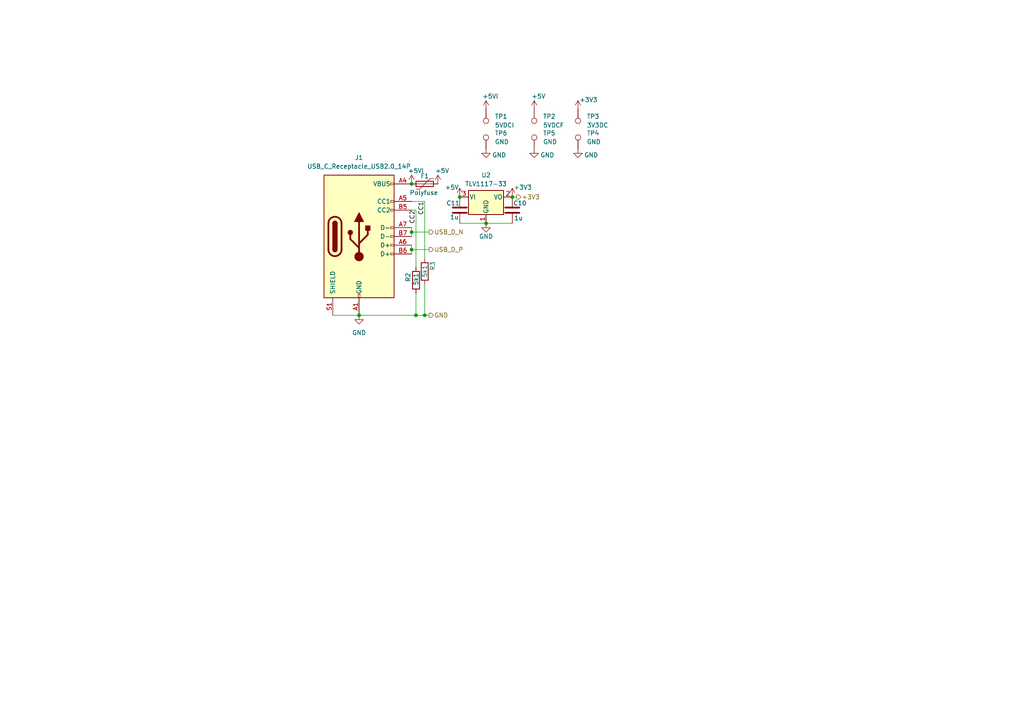
<source format=kicad_sch>
(kicad_sch (version 20231120) (generator "eeschema") (generator_version "8.0")
  (paper "A4")
  (lib_symbols
    (symbol "Connector:TestPoint" (pin_numbers hide) (pin_names (offset 0.762) hide)
      (property "Reference" "TP" (at 0 6.858 0))
      (property "Value" "TestPoint" (at 0 5.08 0))
      (symbol "TestPoint_0_1"
        (circle (center 0 3.302) (radius 0.762))
      )
      (symbol "TestPoint_1_1"
        (pin passive line (at 0 0 90) (length 2.54) (name "1") (number "1"))
      )
    )
    (symbol "Connector:USB_C_Receptacle_USB2.0_14P" (pin_names (offset 1.016))
      (property "Reference" "J" (at 0 22.225 0))
      (property "Value" "USB_C_Receptacle_USB2.0_14P" (at 0 19.685 0))
      (symbol "USB_C_Receptacle_USB2.0_14P_0_0"
        (rectangle (start -0.254 -17.78) (end 0.254 -16.764))
        (rectangle (start 10.16 -4.826) (end 9.144 -5.334))
        (rectangle (start 10.16 -2.286) (end 9.144 -2.794))
        (rectangle (start 10.16 0.254) (end 9.144 -0.254))
        (rectangle (start 10.16 2.794) (end 9.144 2.286))
        (rectangle (start 10.16 7.874) (end 9.144 7.366))
        (rectangle (start 10.16 10.414) (end 9.144 9.906))
        (rectangle (start 10.16 15.494) (end 9.144 14.986))
      )
      (symbol "USB_C_Receptacle_USB2.0_14P_0_1"
        (rectangle (start -10.16 17.78) (end 10.16 -17.78) (stroke (width 0.254)) (fill (type background)))
        (arc (start -8.89 -3.81) (mid -6.985 -5.7067) (end -5.08 -3.81) (stroke (width 0.508)))
        (arc (start -7.62 -3.81) (mid -6.985 -4.4423) (end -6.35 -3.81) (stroke (width 0.254)))
        (arc (start -7.62 -3.81) (mid -6.985 -4.4423) (end -6.35 -3.81) (stroke (width 0.254)) (fill (type outline)))
        (rectangle (start -7.62 -3.81) (end -6.35 3.81) (stroke (width 0.254)) (fill (type outline)))
        (arc (start -6.35 3.81) (mid -6.985 4.4423) (end -7.62 3.81) (stroke (width 0.254)))
        (arc (start -6.35 3.81) (mid -6.985 4.4423) (end -7.62 3.81) (stroke (width 0.254)) (fill (type outline)))
        (arc (start -5.08 3.81) (mid -6.985 5.7067) (end -8.89 3.81) (stroke (width 0.508)))
        (circle (center -2.54 1.143) (radius 0.635) (stroke (width 0.254)) (fill (type outline)))
        (circle (center 0 -5.842) (radius 1.27) (fill (type outline)))
        (polyline (pts (xy -8.89 -3.81) (xy -8.89 3.81)) (stroke (width 0.508)))
        (polyline (pts (xy -5.08 3.81) (xy -5.08 -3.81)) (stroke (width 0.508)))
        (polyline (pts (xy 0 -5.842) (xy 0 4.318)) (stroke (width 0.508)))
        (polyline (pts (xy 0 -3.302) (xy -2.54 -0.762) (xy -2.54 0.508)) (stroke (width 0.508)))
        (polyline (pts (xy 0 -2.032) (xy 2.54 0.508) (xy 2.54 1.778)) (stroke (width 0.508)))
        (polyline (pts (xy -1.27 4.318) (xy 0 6.858) (xy 1.27 4.318) (xy -1.27 4.318)) (stroke (width 0.254)) (fill (type outline)))
        (rectangle (start 1.905 1.778) (end 3.175 3.048) (stroke (width 0.254)) (fill (type outline)))
      )
      (symbol "USB_C_Receptacle_USB2.0_14P_1_1"
        (pin passive line (at 0 -22.86 90) (length 5.08) (name "GND") (number "A1"))
        (pin passive line (at 0 -22.86 90) (length 5.08) hide (name "GND") (number "A12"))
        (pin passive line (at 15.24 15.24 180) (length 5.08) (name "VBUS") (number "A4"))
        (pin bidirectional line (at 15.24 10.16 180) (length 5.08) (name "CC1") (number "A5"))
        (pin bidirectional line (at 15.24 -2.54 180) (length 5.08) (name "D+") (number "A6"))
        (pin bidirectional line (at 15.24 2.54 180) (length 5.08) (name "D-") (number "A7"))
        (pin passive line (at 15.24 15.24 180) (length 5.08) hide (name "VBUS") (number "A9"))
        (pin passive line (at 0 -22.86 90) (length 5.08) hide (name "GND") (number "B1"))
        (pin passive line (at 0 -22.86 90) (length 5.08) hide (name "GND") (number "B12"))
        (pin passive line (at 15.24 15.24 180) (length 5.08) hide (name "VBUS") (number "B4"))
        (pin bidirectional line (at 15.24 7.62 180) (length 5.08) (name "CC2") (number "B5"))
        (pin bidirectional line (at 15.24 -5.08 180) (length 5.08) (name "D+") (number "B6"))
        (pin bidirectional line (at 15.24 0 180) (length 5.08) (name "D-") (number "B7"))
        (pin passive line (at 15.24 15.24 180) (length 5.08) hide (name "VBUS") (number "B9"))
        (pin passive line (at -7.62 -22.86 90) (length 5.08) (name "SHIELD") (number "S1"))
      )
    )
    (symbol "Device:C" (pin_numbers hide) (pin_names (offset 0.254))
      (property "Reference" "C" (at 0.635 2.54 0))
      (property "Value" "C" (at 0.635 -2.54 0))
      (symbol "C_0_1"
        (polyline (pts (xy -2.032 -0.762) (xy 2.032 -0.762)) (stroke (width 0.508)))
        (polyline (pts (xy -2.032 0.762) (xy 2.032 0.762)) (stroke (width 0.508)))
      )
      (symbol "C_1_1"
        (pin passive line (at 0 3.81 270) (length 2.794) (name "~") (number "1"))
        (pin passive line (at 0 -3.81 90) (length 2.794) (name "~") (number "2"))
      )
    )
    (symbol "Device:Polyfuse" (pin_numbers hide) (pin_names (offset 0))
      (property "Reference" "F" (at -2.54 0 90))
      (property "Value" "Polyfuse" (at 2.54 0 90))
      (symbol "Polyfuse_0_1"
        (rectangle (start -0.762 2.54) (end 0.762 -2.54) (stroke (width 0.254)))
        (polyline (pts (xy 0 2.54) (xy 0 -2.54)))
        (polyline (pts (xy -1.524 2.54) (xy -1.524 1.524) (xy 1.524 -1.524) (xy 1.524 -2.54)))
      )
      (symbol "Polyfuse_1_1"
        (pin passive line (at 0 3.81 270) (length 1.27) (name "~") (number "1"))
        (pin passive line (at 0 -3.81 90) (length 1.27) (name "~") (number "2"))
      )
    )
    (symbol "Device:R" (pin_numbers hide) (pin_names (offset 0))
      (property "Reference" "R" (at 2.032 0 90))
      (property "Value" "R" (at 0 0 90))
      (symbol "R_0_1"
        (rectangle (start -1.016 -2.54) (end 1.016 2.54) (stroke (width 0.254)))
      )
      (symbol "R_1_1"
        (pin passive line (at 0 3.81 270) (length 1.27) (name "~") (number "1"))
        (pin passive line (at 0 -3.81 90) (length 1.27) (name "~") (number "2"))
      )
    )
    (symbol "Regulator_Linear:TLV1117-33" (pin_names (offset 0.254))
      (property "Reference" "U" (at -3.81 3.175 0))
      (property "Value" "TLV1117-33" (at 0 3.175 0))
      (symbol "TLV1117-33_0_1"
        (rectangle (start -5.08 -5.08) (end 5.08 1.905) (stroke (width 0.254)) (fill (type background)))
      )
      (symbol "TLV1117-33_1_1"
        (pin power_in line (at 0 -7.62 90) (length 2.54) (name "GND") (number "1"))
        (pin power_out line (at 7.62 0 180) (length 2.54) (name "VO") (number "2"))
        (pin power_in line (at -7.62 0 0) (length 2.54) (name "VI") (number "3"))
      )
    )
    (symbol "power:+3V3" (power) (pin_numbers hide) (pin_names (offset 0) hide)
      (property "Value" "+3V3" (at 0 3.556 0))
      (symbol "+3V3_0_1"
        (polyline (pts (xy -0.762 1.27) (xy 0 2.54)))
        (polyline (pts (xy 0 0) (xy 0 2.54)))
        (polyline (pts (xy 0 2.54) (xy 0.762 1.27)))
      )
      (symbol "+3V3_1_1"
        (pin power_in line (at 0 0 90) (length 0) (name "~") (number "1"))
      )
    )
    (symbol "power:+5V" (power) (pin_numbers hide) (pin_names (offset 0) hide)
      (property "Value" "+5V" (at 0 3.556 0))
      (symbol "+5V_0_1"
        (polyline (pts (xy -0.762 1.27) (xy 0 2.54)))
        (polyline (pts (xy 0 0) (xy 0 2.54)))
        (polyline (pts (xy 0 2.54) (xy 0.762 1.27)))
      )
      (symbol "+5V_1_1"
        (pin power_in line (at 0 0 90) (length 0) (name "~") (number "1"))
      )
    )
    (symbol "power:+5VL" (power) (pin_numbers hide) (pin_names (offset 0) hide)
      (property "Value" "+5VL" (at 0 3.556 0))
      (symbol "+5VL_0_1"
        (polyline (pts (xy -0.762 1.27) (xy 0 2.54)))
        (polyline (pts (xy 0 0) (xy 0 2.54)))
        (polyline (pts (xy 0 2.54) (xy 0.762 1.27)))
      )
      (symbol "+5VL_1_1"
        (pin power_in line (at 0 0 90) (length 0) (name "~") (number "1"))
      )
    )
    (symbol "power:GND" (power) (pin_numbers hide) (pin_names (offset 0) hide)
      (property "Value" "GND" (at 0 -3.81 0))
      (symbol "GND_0_1"
        (polyline (pts (xy 0 0) (xy 0 -1.27) (xy 1.27 -1.27) (xy 0 -2.54) (xy -1.27 -1.27) (xy 0 -1.27)))
      )
      (symbol "GND_1_1"
        (pin power_in line (at 0 0 270) (length 0) (name "~") (number "1"))
      )
    )
  )
  (junction (at 119.38 67.31))
  (junction (at 148.59 57.15))
  (junction (at 123.19 91.44))
  (junction (at 119.38 53.34))
  (junction (at 119.38 72.39))
  (junction (at 120.65 91.44))
  (junction (at 140.97 64.77))
  (junction (at 133.35 57.15))
  (junction (at 104.14 91.44))
  (wire (pts (xy 133.35 64.77) (xy 140.97 64.77)))
  (wire (pts (xy 120.65 91.44) (xy 123.19 91.44)))
  (wire (pts (xy 123.19 58.42) (xy 119.38 58.42)))
  (wire (pts (xy 119.38 67.31) (xy 124.46 67.31)))
  (wire (pts (xy 96.52 91.44) (xy 104.14 91.44)))
  (wire (pts (xy 149.86 57.15) (xy 148.59 57.15)))
  (wire (pts (xy 119.38 66.04) (xy 119.38 67.31)))
  (wire (pts (xy 123.19 82.55) (xy 123.19 91.44)))
  (wire (pts (xy 119.38 67.31) (xy 119.38 68.58)))
  (wire (pts (xy 119.38 72.39) (xy 119.38 73.66)))
  (wire (pts (xy 120.65 60.96) (xy 119.38 60.96)))
  (wire (pts (xy 104.14 91.44) (xy 120.65 91.44)))
  (wire (pts (xy 120.65 77.47) (xy 120.65 60.96)))
  (wire (pts (xy 120.65 85.09) (xy 120.65 91.44)))
  (wire (pts (xy 123.19 91.44) (xy 124.46 91.44)))
  (wire (pts (xy 140.97 64.77) (xy 148.59 64.77)))
  (wire (pts (xy 119.38 71.12) (xy 119.38 72.39)))
  (wire (pts (xy 123.19 74.93) (xy 123.19 58.42)))
  (wire (pts (xy 119.38 72.39) (xy 124.46 72.39)))
  (label "CC1" (at 123.19 58.42 270))
  (label "CC2" (at 120.65 60.96 270))
  (hierarchical_label "+3V3" (shape output) (at 149.86 57.15 0))
  (hierarchical_label "USB_D_P" (shape output) (at 124.46 72.39 0))
  (hierarchical_label "USB_D_N" (shape output) (at 124.46 67.31 0))
  (hierarchical_label "GND" (shape output) (at 124.46 91.44 0))
  (symbol (lib_id "power:+5VL") (at 119.38 53.34 0) (unit 1)
    (property "Reference" "#PWR011" (effects (hide yes)))
    (property "Value" "+5VI" (at 120.65 49.53 0))
    (property "Description" "Power symbol creates a global label with name \"+5VL\"" (effects (hide yes)))
  )
  (symbol (lib_id "power:GND") (at 140.97 43.18 0) (unit 1)
    (property "Reference" "#PWR01" (effects (hide yes)))
    (property "Value" "GND" (at 144.78 44.958 0))
    (property "Description" "Power symbol creates a global label with name \"GND\" , ground" (effects (hide yes)))
  )
  (symbol (lib_id "Connector:TestPoint") (at 167.64 43.18 0) (unit 1)
    (property "Reference" "TP4" (at 170.18 38.6079 0) (effects (justify left)))
    (property "Value" "GND" (at 170.18 41.1479 0) (effects (justify left)))
    (property "Description" "test point" (effects (hide yes)))
  )
  (symbol (lib_id "power:GND") (at 154.94 43.18 0) (unit 1)
    (property "Reference" "#PWR013" (effects (hide yes)))
    (property "Value" "GND" (at 158.75 44.958 0))
    (property "Description" "Power symbol creates a global label with name \"GND\" , ground" (effects (hide yes)))
  )
  (symbol (lib_id "Device:R") (at 120.65 81.28 0) (unit 1)
    (property "Reference" "R2" (at 118.364 81.788 90) (effects (justify left)))
    (property "Value" "5k1" (at 120.65 82.804 90) (effects (justify left)))
    (property "Description" "Resistor" (effects (hide yes)))
  )
  (symbol (lib_id "power:+3V3") (at 167.64 31.75 0) (unit 1)
    (property "Reference" "#PWR017" (effects (hide yes)))
    (property "Value" "+3V3" (at 170.688 28.956 0))
    (property "Description" "Power symbol creates a global label with name \"+3V3\"" (effects (hide yes)))
  )
  (symbol (lib_id "Device:R") (at 123.19 78.74 0) (unit 1)
    (property "Reference" "R3" (at 125.476 78.486 90) (effects (justify left)))
    (property "Value" "5k1" (at 123.19 80.518 90) (effects (justify left)))
    (property "Description" "Resistor" (effects (hide yes)))
  )
  (symbol (lib_id "Connector:TestPoint") (at 140.97 43.18 0) (unit 1)
    (property "Reference" "TP6" (at 143.51 38.6079 0) (effects (justify left)))
    (property "Value" "GND" (at 143.51 41.1479 0) (effects (justify left)))
    (property "Description" "test point" (effects (hide yes)))
  )
  (symbol (lib_id "Connector:TestPoint") (at 154.94 43.18 0) (unit 1)
    (property "Reference" "TP5" (at 157.48 38.6079 0) (effects (justify left)))
    (property "Value" "GND" (at 157.48 41.1479 0) (effects (justify left)))
    (property "Description" "test point" (effects (hide yes)))
  )
  (symbol (lib_id "power:+5VL") (at 140.97 31.75 0) (unit 1)
    (property "Reference" "#PWR015" (effects (hide yes)))
    (property "Value" "+5VI" (at 142.24 27.94 0))
    (property "Description" "Power symbol creates a global label with name \"+5VL\"" (effects (hide yes)))
  )
  (symbol (lib_id "power:GND") (at 104.14 91.44 0) (unit 1)
    (property "Reference" "#PWR06" (effects (hide yes)))
    (property "Value" "GND" (at 104.14 96.52 0))
    (property "Description" "Power symbol creates a global label with name \"GND\" , ground" (effects (hide yes)))
  )
  (symbol (lib_id "Device:Polyfuse") (at 123.19 53.34 90) (unit 1)
    (property "Reference" "F1" (at 123.19 51.054 90))
    (property "Value" "Polyfuse" (at 122.936 55.88 90))
    (property "Description" "Resettable fuse, polymeric positive temperature coefficient" (effects (hide yes)))
  )
  (symbol (lib_id "Device:C") (at 148.59 60.96 0) (unit 1)
    (property "Reference" "C10" (at 148.844 58.928 0) (effects (justify left)))
    (property "Value" "1u" (at 149.098 63.246 0) (effects (justify left)))
    (property "Description" "Unpolarized capacitor" (effects (hide yes)))
  )
  (symbol (lib_id "Device:C") (at 133.35 60.96 0) (unit 1)
    (property "Reference" "C11" (at 133.35 58.928 0) (effects (justify right)))
    (property "Value" "1u" (at 133.096 62.992 0) (effects (justify right)))
    (property "Description" "Unpolarized capacitor" (effects (hide yes)))
  )
  (symbol (lib_id "Connector:TestPoint") (at 154.94 31.75 180) (unit 1)
    (property "Reference" "TP2" (at 157.48 33.7819 0) (effects (justify right)))
    (property "Value" "5VDCF" (at 157.48 36.3219 0) (effects (justify right)))
    (property "Description" "test point" (effects (hide yes)))
  )
  (symbol (lib_id "power:GND") (at 140.97 64.77 0) (unit 1)
    (property "Reference" "#PWR08" (effects (hide yes)))
    (property "Value" "GND" (at 140.97 68.58 0))
    (property "Description" "Power symbol creates a global label with name \"GND\" , ground" (effects (hide yes)))
  )
  (symbol (lib_id "Regulator_Linear:TLV1117-33") (at 140.97 57.15 0) (unit 1)
    (property "Reference" "U2" (at 140.97 50.8 0))
    (property "Value" "TLV1117-33" (at 140.97 53.34 0))
    (property "Datasheet" "http://www.ti.com/lit/ds/symlink/tlv1117.pdf" (effects (hide yes)))
    (property "Description" "800mA Low-Dropout Linear Regulator, 3.3V fixed output, TO-220/TO-252/TO-263/SOT-223" (effects (hide yes)))
  )
  (symbol (lib_id "Connector:TestPoint") (at 140.97 31.75 180) (unit 1)
    (property "Reference" "TP1" (at 143.51 33.7819 0) (effects (justify right)))
    (property "Value" "5VDCI" (at 143.51 36.3219 0) (effects (justify right)))
    (property "Description" "test point" (effects (hide yes)))
  )
  (symbol (lib_id "power:+5V") (at 133.35 57.15 0) (unit 1)
    (property "Reference" "#PWR09" (effects (hide yes)))
    (property "Value" "+5V" (at 131.064 54.356 0))
    (property "Description" "Power symbol creates a global label with name \"+5V\"" (effects (hide yes)))
  )
  (symbol (lib_id "power:+3V3") (at 148.59 57.15 0) (unit 1)
    (property "Reference" "#PWR010" (effects (hide yes)))
    (property "Value" "+3V3" (at 151.638 54.356 0))
    (property "Description" "Power symbol creates a global label with name \"+3V3\"" (effects (hide yes)))
  )
  (symbol (lib_id "Connector:TestPoint") (at 167.64 31.75 180) (unit 1)
    (property "Reference" "TP3" (at 170.18 33.7819 0) (effects (justify right)))
    (property "Value" "3V3DC" (at 170.18 36.3219 0) (effects (justify right)))
    (property "Description" "test point" (effects (hide yes)))
  )
  (symbol (lib_id "Connector:USB_C_Receptacle_USB2.0_14P") (at 104.14 68.58 0) (unit 1)
    (property "Reference" "J1" (at 104.14 45.72 0))
    (property "Value" "USB_C_Receptacle_USB2.0_14P" (at 104.14 48.26 0))
    (property "Datasheet" "https://www.usb.org/sites/default/files/documents/usb_type-c.zip" (effects (hide yes)))
    (property "Description" "USB 2.0-only 14P Type-C Receptacle connector" (effects (hide yes)))
  )
  (symbol (lib_id "power:+5V") (at 154.94 31.75 0) (unit 1)
    (property "Reference" "#PWR016" (effects (hide yes)))
    (property "Value" "+5V" (at 156.21 27.94 0))
    (property "Description" "Power symbol creates a global label with name \"+5V\"" (effects (hide yes)))
  )
  (symbol (lib_id "power:+5V") (at 127 53.34 0) (unit 1)
    (property "Reference" "#PWR07" (effects (hide yes)))
    (property "Value" "+5V" (at 128.27 49.53 0))
    (property "Description" "Power symbol creates a global label with name \"+5V\"" (effects (hide yes)))
  )
  (symbol (lib_id "power:GND") (at 167.64 43.18 0) (unit 1)
    (property "Reference" "#PWR014" (effects (hide yes)))
    (property "Value" "GND" (at 171.45 44.958 0))
    (property "Description" "Power symbol creates a global label with name \"GND\" , ground" (effects (hide yes)))
  )
)
</source>
